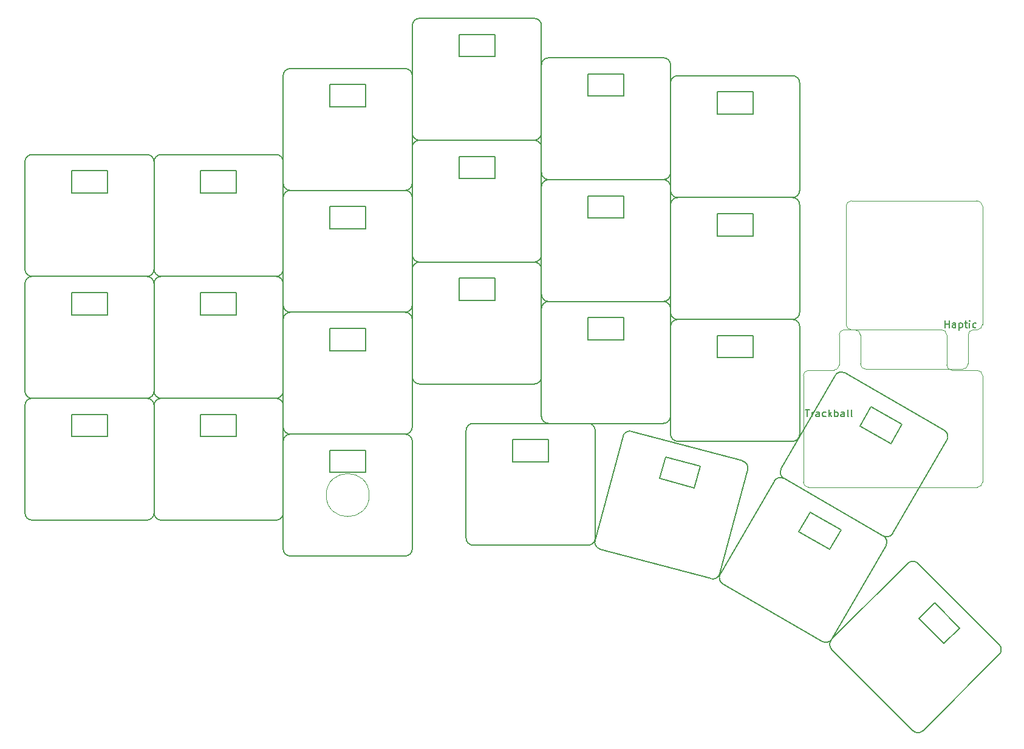
<source format=gbr>
%TF.GenerationSoftware,KiCad,Pcbnew,(5.1.10-1-10_14)*%
%TF.CreationDate,2021-09-20T15:17:19-07:00*%
%TF.ProjectId,redwood,72656477-6f6f-4642-9e6b-696361645f70,rev?*%
%TF.SameCoordinates,Original*%
%TF.FileFunction,OtherDrawing,Comment*%
%FSLAX46Y46*%
G04 Gerber Fmt 4.6, Leading zero omitted, Abs format (unit mm)*
G04 Created by KiCad (PCBNEW (5.1.10-1-10_14)) date 2021-09-20 15:17:19*
%MOMM*%
%LPD*%
G01*
G04 APERTURE LIST*
%ADD10C,0.120000*%
%ADD11C,0.150000*%
G04 APERTURE END LIST*
D10*
%TO.C,K20*%
X139000000Y-123500000D02*
G75*
G03*
X139000000Y-123500000I-3000000J0D01*
G01*
D11*
X133500000Y-117250000D02*
X133500000Y-120350000D01*
X133500000Y-120350000D02*
X138500000Y-120350000D01*
X138500000Y-120350000D02*
X138500000Y-117250000D01*
X138500000Y-117250000D02*
X133500000Y-117250000D01*
X144000000Y-132000000D02*
X128000000Y-132000000D01*
X127000000Y-131000000D02*
X127000000Y-116000000D01*
X128000000Y-115000000D02*
X144000000Y-115000000D01*
X145000000Y-116000000D02*
X145000000Y-131000000D01*
X144000000Y-132000000D02*
G75*
G03*
X145000000Y-131000000I0J1000000D01*
G01*
X145000000Y-116000000D02*
G75*
G03*
X144000000Y-115000000I-1000000J0D01*
G01*
X128000000Y-115000000D02*
G75*
G03*
X127000000Y-116000000I0J-1000000D01*
G01*
X127000000Y-131000000D02*
G75*
G03*
X128000000Y-132000000I1000000J0D01*
G01*
%TO.C,K24*%
X226807609Y-145751909D02*
X216201008Y-156358510D01*
X215493901Y-133023987D02*
X226807609Y-144337695D01*
X203473086Y-143630588D02*
X214079687Y-133023987D01*
X214786794Y-156358510D02*
X203473086Y-145044802D01*
X221327532Y-142039598D02*
X217791998Y-138504064D01*
X219135501Y-144231629D02*
X221327532Y-142039598D01*
X215599967Y-140696095D02*
X219135501Y-144231629D01*
X217791998Y-138504064D02*
X215599967Y-140696095D01*
X214786795Y-156358511D02*
G75*
G03*
X216201008Y-156358510I707106J707107D01*
G01*
X226807610Y-145751908D02*
G75*
G03*
X226807609Y-144337695I-707107J707106D01*
G01*
X215493900Y-133023986D02*
G75*
G03*
X214079687Y-133023987I-707106J-707107D01*
G01*
X203473085Y-143630589D02*
G75*
G03*
X203473086Y-145044802I707107J-707106D01*
G01*
%TO.C,K23*%
X211022505Y-130554730D02*
X203522505Y-143545111D01*
X196800073Y-121188704D02*
X210656479Y-129188704D01*
X187934047Y-134545111D02*
X195434047Y-121554730D01*
X202156479Y-143911136D02*
X188300073Y-135911136D01*
X204768340Y-128387262D02*
X200438212Y-125887262D01*
X203218340Y-131071940D02*
X204768340Y-128387262D01*
X198888212Y-128571940D02*
X203218340Y-131071940D01*
X200438212Y-125887262D02*
X198888212Y-128571940D01*
X202156479Y-143911137D02*
G75*
G03*
X203522505Y-143545111I500000J866026D01*
G01*
X211022505Y-130554730D02*
G75*
G03*
X210656479Y-129188704I-866026J500000D01*
G01*
X196800073Y-121188704D02*
G75*
G03*
X195434047Y-121554730I-500000J-866026D01*
G01*
X187934048Y-134545111D02*
G75*
G03*
X188300073Y-135911136I866025J-500000D01*
G01*
%TO.C,K22*%
X191744476Y-119971594D02*
X187862190Y-134460481D01*
X175582556Y-114605744D02*
X191037369Y-118746849D01*
X170475525Y-129801739D02*
X174357811Y-115312851D01*
X186637445Y-135167588D02*
X171182632Y-131026483D01*
X185142434Y-119496677D02*
X180312805Y-118202582D01*
X184340095Y-122491047D02*
X185142434Y-119496677D01*
X179510466Y-121196952D02*
X184340095Y-122491047D01*
X180312805Y-118202582D02*
X179510466Y-121196952D01*
X186637445Y-135167588D02*
G75*
G03*
X187862190Y-134460481I258819J965926D01*
G01*
X191744476Y-119971594D02*
G75*
G03*
X191037369Y-118746849I-965926J258819D01*
G01*
X175582556Y-114605744D02*
G75*
G03*
X174357811Y-115312851I-258819J-965926D01*
G01*
X170475526Y-129801739D02*
G75*
G03*
X171182632Y-131026483I965925J-258819D01*
G01*
%TO.C,K21*%
X170500000Y-114500000D02*
X170500000Y-129500000D01*
X153500000Y-113500000D02*
X169500000Y-113500000D01*
X152500000Y-129500000D02*
X152500000Y-114500000D01*
X169500000Y-130500000D02*
X153500000Y-130500000D01*
X164000000Y-115750000D02*
X159000000Y-115750000D01*
X164000000Y-118850000D02*
X164000000Y-115750000D01*
X159000000Y-118850000D02*
X164000000Y-118850000D01*
X159000000Y-115750000D02*
X159000000Y-118850000D01*
X169500000Y-130500000D02*
G75*
G03*
X170500000Y-129500000I0J1000000D01*
G01*
X170500000Y-114500000D02*
G75*
G03*
X169500000Y-113500000I-1000000J0D01*
G01*
X153500000Y-113500000D02*
G75*
G03*
X152500000Y-114500000I0J-1000000D01*
G01*
X152500000Y-129500000D02*
G75*
G03*
X153500000Y-130500000I1000000J0D01*
G01*
%TO.C,K19*%
X219522505Y-115832298D02*
X212022505Y-128822679D01*
X205300073Y-106466272D02*
X219156479Y-114466272D01*
X196434047Y-119822679D02*
X203934047Y-106832298D01*
X210656479Y-129188704D02*
X196800073Y-121188704D01*
X213268340Y-113664830D02*
X208938212Y-111164830D01*
X211718340Y-116349508D02*
X213268340Y-113664830D01*
X207388212Y-113849508D02*
X211718340Y-116349508D01*
X208938212Y-111164830D02*
X207388212Y-113849508D01*
X210656479Y-129188705D02*
G75*
G03*
X212022505Y-128822679I500000J866026D01*
G01*
X219522505Y-115832298D02*
G75*
G03*
X219156479Y-114466272I-866026J500000D01*
G01*
X205300073Y-106466272D02*
G75*
G03*
X203934047Y-106832298I-500000J-866026D01*
G01*
X196434048Y-119822679D02*
G75*
G03*
X196800073Y-121188704I866025J-500000D01*
G01*
%TO.C,K18*%
X199000000Y-100000000D02*
X199000000Y-115000000D01*
X182000000Y-99000000D02*
X198000000Y-99000000D01*
X181000000Y-115000000D02*
X181000000Y-100000000D01*
X198000000Y-116000000D02*
X182000000Y-116000000D01*
X192500000Y-101250000D02*
X187500000Y-101250000D01*
X192500000Y-104350000D02*
X192500000Y-101250000D01*
X187500000Y-104350000D02*
X192500000Y-104350000D01*
X187500000Y-101250000D02*
X187500000Y-104350000D01*
X198000000Y-116000000D02*
G75*
G03*
X199000000Y-115000000I0J1000000D01*
G01*
X199000000Y-100000000D02*
G75*
G03*
X198000000Y-99000000I-1000000J0D01*
G01*
X182000000Y-99000000D02*
G75*
G03*
X181000000Y-100000000I0J-1000000D01*
G01*
X181000000Y-115000000D02*
G75*
G03*
X182000000Y-116000000I1000000J0D01*
G01*
%TO.C,K17*%
X181000000Y-97500000D02*
X181000000Y-112500000D01*
X164000000Y-96500000D02*
X180000000Y-96500000D01*
X163000000Y-112500000D02*
X163000000Y-97500000D01*
X180000000Y-113500000D02*
X164000000Y-113500000D01*
X174500000Y-98750000D02*
X169500000Y-98750000D01*
X174500000Y-101850000D02*
X174500000Y-98750000D01*
X169500000Y-101850000D02*
X174500000Y-101850000D01*
X169500000Y-98750000D02*
X169500000Y-101850000D01*
X180000000Y-113500000D02*
G75*
G03*
X181000000Y-112500000I0J1000000D01*
G01*
X181000000Y-97500000D02*
G75*
G03*
X180000000Y-96500000I-1000000J0D01*
G01*
X164000000Y-96500000D02*
G75*
G03*
X163000000Y-97500000I0J-1000000D01*
G01*
X163000000Y-112500000D02*
G75*
G03*
X164000000Y-113500000I1000000J0D01*
G01*
%TO.C,K16*%
X163000000Y-92000000D02*
X163000000Y-107000000D01*
X146000000Y-91000000D02*
X162000000Y-91000000D01*
X145000000Y-107000000D02*
X145000000Y-92000000D01*
X162000000Y-108000000D02*
X146000000Y-108000000D01*
X156500000Y-93250000D02*
X151500000Y-93250000D01*
X156500000Y-96350000D02*
X156500000Y-93250000D01*
X151500000Y-96350000D02*
X156500000Y-96350000D01*
X151500000Y-93250000D02*
X151500000Y-96350000D01*
X162000000Y-108000000D02*
G75*
G03*
X163000000Y-107000000I0J1000000D01*
G01*
X163000000Y-92000000D02*
G75*
G03*
X162000000Y-91000000I-1000000J0D01*
G01*
X146000000Y-91000000D02*
G75*
G03*
X145000000Y-92000000I0J-1000000D01*
G01*
X145000000Y-107000000D02*
G75*
G03*
X146000000Y-108000000I1000000J0D01*
G01*
%TO.C,K15*%
X145000000Y-99000000D02*
X145000000Y-114000000D01*
X128000000Y-98000000D02*
X144000000Y-98000000D01*
X127000000Y-114000000D02*
X127000000Y-99000000D01*
X144000000Y-115000000D02*
X128000000Y-115000000D01*
X138500000Y-100250000D02*
X133500000Y-100250000D01*
X138500000Y-103350000D02*
X138500000Y-100250000D01*
X133500000Y-103350000D02*
X138500000Y-103350000D01*
X133500000Y-100250000D02*
X133500000Y-103350000D01*
X144000000Y-115000000D02*
G75*
G03*
X145000000Y-114000000I0J1000000D01*
G01*
X145000000Y-99000000D02*
G75*
G03*
X144000000Y-98000000I-1000000J0D01*
G01*
X128000000Y-98000000D02*
G75*
G03*
X127000000Y-99000000I0J-1000000D01*
G01*
X127000000Y-114000000D02*
G75*
G03*
X128000000Y-115000000I1000000J0D01*
G01*
%TO.C,K14*%
X127000000Y-111000000D02*
X127000000Y-126000000D01*
X110000000Y-110000000D02*
X126000000Y-110000000D01*
X109000000Y-126000000D02*
X109000000Y-111000000D01*
X126000000Y-127000000D02*
X110000000Y-127000000D01*
X120500000Y-112250000D02*
X115500000Y-112250000D01*
X120500000Y-115350000D02*
X120500000Y-112250000D01*
X115500000Y-115350000D02*
X120500000Y-115350000D01*
X115500000Y-112250000D02*
X115500000Y-115350000D01*
X126000000Y-127000000D02*
G75*
G03*
X127000000Y-126000000I0J1000000D01*
G01*
X127000000Y-111000000D02*
G75*
G03*
X126000000Y-110000000I-1000000J0D01*
G01*
X110000000Y-110000000D02*
G75*
G03*
X109000000Y-111000000I0J-1000000D01*
G01*
X109000000Y-126000000D02*
G75*
G03*
X110000000Y-127000000I1000000J0D01*
G01*
%TO.C,K13*%
X109000000Y-111000000D02*
X109000000Y-126000000D01*
X92000000Y-110000000D02*
X108000000Y-110000000D01*
X91000000Y-126000000D02*
X91000000Y-111000000D01*
X108000000Y-127000000D02*
X92000000Y-127000000D01*
X102500000Y-112250000D02*
X97500000Y-112250000D01*
X102500000Y-115350000D02*
X102500000Y-112250000D01*
X97500000Y-115350000D02*
X102500000Y-115350000D01*
X97500000Y-112250000D02*
X97500000Y-115350000D01*
X108000000Y-127000000D02*
G75*
G03*
X109000000Y-126000000I0J1000000D01*
G01*
X109000000Y-111000000D02*
G75*
G03*
X108000000Y-110000000I-1000000J0D01*
G01*
X92000000Y-110000000D02*
G75*
G03*
X91000000Y-111000000I0J-1000000D01*
G01*
X91000000Y-126000000D02*
G75*
G03*
X92000000Y-127000000I1000000J0D01*
G01*
%TO.C,K12*%
X199000000Y-83000000D02*
X199000000Y-98000000D01*
X182000000Y-82000000D02*
X198000000Y-82000000D01*
X181000000Y-98000000D02*
X181000000Y-83000000D01*
X198000000Y-99000000D02*
X182000000Y-99000000D01*
X192500000Y-84250000D02*
X187500000Y-84250000D01*
X192500000Y-87350000D02*
X192500000Y-84250000D01*
X187500000Y-87350000D02*
X192500000Y-87350000D01*
X187500000Y-84250000D02*
X187500000Y-87350000D01*
X198000000Y-99000000D02*
G75*
G03*
X199000000Y-98000000I0J1000000D01*
G01*
X199000000Y-83000000D02*
G75*
G03*
X198000000Y-82000000I-1000000J0D01*
G01*
X182000000Y-82000000D02*
G75*
G03*
X181000000Y-83000000I0J-1000000D01*
G01*
X181000000Y-98000000D02*
G75*
G03*
X182000000Y-99000000I1000000J0D01*
G01*
%TO.C,K11*%
X181000000Y-80500000D02*
X181000000Y-95500000D01*
X164000000Y-79500000D02*
X180000000Y-79500000D01*
X163000000Y-95500000D02*
X163000000Y-80500000D01*
X180000000Y-96500000D02*
X164000000Y-96500000D01*
X174500000Y-81750000D02*
X169500000Y-81750000D01*
X174500000Y-84850000D02*
X174500000Y-81750000D01*
X169500000Y-84850000D02*
X174500000Y-84850000D01*
X169500000Y-81750000D02*
X169500000Y-84850000D01*
X180000000Y-96500000D02*
G75*
G03*
X181000000Y-95500000I0J1000000D01*
G01*
X181000000Y-80500000D02*
G75*
G03*
X180000000Y-79500000I-1000000J0D01*
G01*
X164000000Y-79500000D02*
G75*
G03*
X163000000Y-80500000I0J-1000000D01*
G01*
X163000000Y-95500000D02*
G75*
G03*
X164000000Y-96500000I1000000J0D01*
G01*
%TO.C,K10*%
X163000000Y-75000000D02*
X163000000Y-90000000D01*
X146000000Y-74000000D02*
X162000000Y-74000000D01*
X145000000Y-90000000D02*
X145000000Y-75000000D01*
X162000000Y-91000000D02*
X146000000Y-91000000D01*
X156500000Y-76250000D02*
X151500000Y-76250000D01*
X156500000Y-79350000D02*
X156500000Y-76250000D01*
X151500000Y-79350000D02*
X156500000Y-79350000D01*
X151500000Y-76250000D02*
X151500000Y-79350000D01*
X162000000Y-91000000D02*
G75*
G03*
X163000000Y-90000000I0J1000000D01*
G01*
X163000000Y-75000000D02*
G75*
G03*
X162000000Y-74000000I-1000000J0D01*
G01*
X146000000Y-74000000D02*
G75*
G03*
X145000000Y-75000000I0J-1000000D01*
G01*
X145000000Y-90000000D02*
G75*
G03*
X146000000Y-91000000I1000000J0D01*
G01*
%TO.C,K9*%
X145000000Y-82000000D02*
X145000000Y-97000000D01*
X128000000Y-81000000D02*
X144000000Y-81000000D01*
X127000000Y-97000000D02*
X127000000Y-82000000D01*
X144000000Y-98000000D02*
X128000000Y-98000000D01*
X138500000Y-83250000D02*
X133500000Y-83250000D01*
X138500000Y-86350000D02*
X138500000Y-83250000D01*
X133500000Y-86350000D02*
X138500000Y-86350000D01*
X133500000Y-83250000D02*
X133500000Y-86350000D01*
X144000000Y-98000000D02*
G75*
G03*
X145000000Y-97000000I0J1000000D01*
G01*
X145000000Y-82000000D02*
G75*
G03*
X144000000Y-81000000I-1000000J0D01*
G01*
X128000000Y-81000000D02*
G75*
G03*
X127000000Y-82000000I0J-1000000D01*
G01*
X127000000Y-97000000D02*
G75*
G03*
X128000000Y-98000000I1000000J0D01*
G01*
%TO.C,K8*%
X127000000Y-94000000D02*
X127000000Y-109000000D01*
X110000000Y-93000000D02*
X126000000Y-93000000D01*
X109000000Y-109000000D02*
X109000000Y-94000000D01*
X126000000Y-110000000D02*
X110000000Y-110000000D01*
X120500000Y-95250000D02*
X115500000Y-95250000D01*
X120500000Y-98350000D02*
X120500000Y-95250000D01*
X115500000Y-98350000D02*
X120500000Y-98350000D01*
X115500000Y-95250000D02*
X115500000Y-98350000D01*
X126000000Y-110000000D02*
G75*
G03*
X127000000Y-109000000I0J1000000D01*
G01*
X127000000Y-94000000D02*
G75*
G03*
X126000000Y-93000000I-1000000J0D01*
G01*
X110000000Y-93000000D02*
G75*
G03*
X109000000Y-94000000I0J-1000000D01*
G01*
X109000000Y-109000000D02*
G75*
G03*
X110000000Y-110000000I1000000J0D01*
G01*
%TO.C,K7*%
X109000000Y-94000000D02*
X109000000Y-109000000D01*
X92000000Y-93000000D02*
X108000000Y-93000000D01*
X91000000Y-109000000D02*
X91000000Y-94000000D01*
X108000000Y-110000000D02*
X92000000Y-110000000D01*
X102500000Y-95250000D02*
X97500000Y-95250000D01*
X102500000Y-98350000D02*
X102500000Y-95250000D01*
X97500000Y-98350000D02*
X102500000Y-98350000D01*
X97500000Y-95250000D02*
X97500000Y-98350000D01*
X108000000Y-110000000D02*
G75*
G03*
X109000000Y-109000000I0J1000000D01*
G01*
X109000000Y-94000000D02*
G75*
G03*
X108000000Y-93000000I-1000000J0D01*
G01*
X92000000Y-93000000D02*
G75*
G03*
X91000000Y-94000000I0J-1000000D01*
G01*
X91000000Y-109000000D02*
G75*
G03*
X92000000Y-110000000I1000000J0D01*
G01*
%TO.C,K6*%
X199000000Y-66000000D02*
X199000000Y-81000000D01*
X182000000Y-65000000D02*
X198000000Y-65000000D01*
X181000000Y-81000000D02*
X181000000Y-66000000D01*
X198000000Y-82000000D02*
X182000000Y-82000000D01*
X192500000Y-67250000D02*
X187500000Y-67250000D01*
X192500000Y-70350000D02*
X192500000Y-67250000D01*
X187500000Y-70350000D02*
X192500000Y-70350000D01*
X187500000Y-67250000D02*
X187500000Y-70350000D01*
X198000000Y-82000000D02*
G75*
G03*
X199000000Y-81000000I0J1000000D01*
G01*
X199000000Y-66000000D02*
G75*
G03*
X198000000Y-65000000I-1000000J0D01*
G01*
X182000000Y-65000000D02*
G75*
G03*
X181000000Y-66000000I0J-1000000D01*
G01*
X181000000Y-81000000D02*
G75*
G03*
X182000000Y-82000000I1000000J0D01*
G01*
%TO.C,K5*%
X181000000Y-63500000D02*
X181000000Y-78500000D01*
X164000000Y-62500000D02*
X180000000Y-62500000D01*
X163000000Y-78500000D02*
X163000000Y-63500000D01*
X180000000Y-79500000D02*
X164000000Y-79500000D01*
X174500000Y-64750000D02*
X169500000Y-64750000D01*
X174500000Y-67850000D02*
X174500000Y-64750000D01*
X169500000Y-67850000D02*
X174500000Y-67850000D01*
X169500000Y-64750000D02*
X169500000Y-67850000D01*
X180000000Y-79500000D02*
G75*
G03*
X181000000Y-78500000I0J1000000D01*
G01*
X181000000Y-63500000D02*
G75*
G03*
X180000000Y-62500000I-1000000J0D01*
G01*
X164000000Y-62500000D02*
G75*
G03*
X163000000Y-63500000I0J-1000000D01*
G01*
X163000000Y-78500000D02*
G75*
G03*
X164000000Y-79500000I1000000J0D01*
G01*
%TO.C,K4*%
X163000000Y-58000000D02*
X163000000Y-73000000D01*
X146000000Y-57000000D02*
X162000000Y-57000000D01*
X145000000Y-73000000D02*
X145000000Y-58000000D01*
X162000000Y-74000000D02*
X146000000Y-74000000D01*
X156500000Y-59250000D02*
X151500000Y-59250000D01*
X156500000Y-62350000D02*
X156500000Y-59250000D01*
X151500000Y-62350000D02*
X156500000Y-62350000D01*
X151500000Y-59250000D02*
X151500000Y-62350000D01*
X162000000Y-74000000D02*
G75*
G03*
X163000000Y-73000000I0J1000000D01*
G01*
X163000000Y-58000000D02*
G75*
G03*
X162000000Y-57000000I-1000000J0D01*
G01*
X146000000Y-57000000D02*
G75*
G03*
X145000000Y-58000000I0J-1000000D01*
G01*
X145000000Y-73000000D02*
G75*
G03*
X146000000Y-74000000I1000000J0D01*
G01*
%TO.C,K3*%
X145000000Y-65000000D02*
X145000000Y-80000000D01*
X128000000Y-64000000D02*
X144000000Y-64000000D01*
X127000000Y-80000000D02*
X127000000Y-65000000D01*
X144000000Y-81000000D02*
X128000000Y-81000000D01*
X138500000Y-66250000D02*
X133500000Y-66250000D01*
X138500000Y-69350000D02*
X138500000Y-66250000D01*
X133500000Y-69350000D02*
X138500000Y-69350000D01*
X133500000Y-66250000D02*
X133500000Y-69350000D01*
X144000000Y-81000000D02*
G75*
G03*
X145000000Y-80000000I0J1000000D01*
G01*
X145000000Y-65000000D02*
G75*
G03*
X144000000Y-64000000I-1000000J0D01*
G01*
X128000000Y-64000000D02*
G75*
G03*
X127000000Y-65000000I0J-1000000D01*
G01*
X127000000Y-80000000D02*
G75*
G03*
X128000000Y-81000000I1000000J0D01*
G01*
%TO.C,K2*%
X127000000Y-77000000D02*
X127000000Y-92000000D01*
X110000000Y-76000000D02*
X126000000Y-76000000D01*
X109000000Y-92000000D02*
X109000000Y-77000000D01*
X126000000Y-93000000D02*
X110000000Y-93000000D01*
X120500000Y-78250000D02*
X115500000Y-78250000D01*
X120500000Y-81350000D02*
X120500000Y-78250000D01*
X115500000Y-81350000D02*
X120500000Y-81350000D01*
X115500000Y-78250000D02*
X115500000Y-81350000D01*
X126000000Y-93000000D02*
G75*
G03*
X127000000Y-92000000I0J1000000D01*
G01*
X127000000Y-77000000D02*
G75*
G03*
X126000000Y-76000000I-1000000J0D01*
G01*
X110000000Y-76000000D02*
G75*
G03*
X109000000Y-77000000I0J-1000000D01*
G01*
X109000000Y-92000000D02*
G75*
G03*
X110000000Y-93000000I1000000J0D01*
G01*
%TO.C,K1*%
X109000000Y-77000000D02*
X109000000Y-92000000D01*
X92000000Y-76000000D02*
X108000000Y-76000000D01*
X91000000Y-92000000D02*
X91000000Y-77000000D01*
X108000000Y-93000000D02*
X92000000Y-93000000D01*
X102500000Y-78250000D02*
X97500000Y-78250000D01*
X102500000Y-81350000D02*
X102500000Y-78250000D01*
X97500000Y-81350000D02*
X102500000Y-81350000D01*
X97500000Y-78250000D02*
X97500000Y-81350000D01*
X108000000Y-93000000D02*
G75*
G03*
X109000000Y-92000000I0J1000000D01*
G01*
X109000000Y-77000000D02*
G75*
G03*
X108000000Y-76000000I-1000000J0D01*
G01*
X92000000Y-76000000D02*
G75*
G03*
X91000000Y-77000000I0J-1000000D01*
G01*
X91000000Y-92000000D02*
G75*
G03*
X92000000Y-93000000I1000000J0D01*
G01*
D10*
%TO.C,J1*%
X223725000Y-82450000D02*
X206225000Y-82450000D01*
X205475000Y-83200000D02*
X205475000Y-99700000D01*
X224475000Y-83200000D02*
X224475000Y-99700000D01*
X208225000Y-105950000D02*
X221725000Y-105950000D01*
X207475000Y-105200000D02*
X207475000Y-101200000D01*
X206725000Y-100450000D02*
X206225000Y-100450000D01*
X222475000Y-105200000D02*
X222475000Y-101200000D01*
X223225000Y-100450000D02*
X223725000Y-100450000D01*
X223725000Y-82450000D02*
G75*
G02*
X224475000Y-83200000I0J-750000D01*
G01*
X206725000Y-100450000D02*
G75*
G02*
X207475000Y-101200000I0J-750000D01*
G01*
X206225000Y-100450000D02*
G75*
G02*
X205475000Y-99700000I0J750000D01*
G01*
X205475000Y-83200000D02*
G75*
G02*
X206225000Y-82450000I750000J0D01*
G01*
X224475000Y-99700000D02*
G75*
G02*
X223725000Y-100450000I-750000J0D01*
G01*
X222475000Y-101200000D02*
G75*
G02*
X223225000Y-100450000I750000J0D01*
G01*
X222475000Y-105200000D02*
G75*
G02*
X221725000Y-105950000I-750000J0D01*
G01*
X208225000Y-105950000D02*
G75*
G02*
X207475000Y-105200000I0J750000D01*
G01*
%TO.C,H2*%
X200250000Y-122420000D02*
X223750000Y-122420000D01*
X224500000Y-121670000D02*
X224500000Y-106845000D01*
X199500000Y-121670000D02*
X199500000Y-106845000D01*
X218750000Y-100420000D02*
X205250000Y-100420000D01*
X219500000Y-101170000D02*
X219500000Y-105345000D01*
X220250000Y-106095000D02*
X223750000Y-106095000D01*
X204500000Y-101170000D02*
X204500000Y-105345000D01*
X203750000Y-106095000D02*
X200250000Y-106095000D01*
X218750000Y-100420000D02*
G75*
G02*
X219500000Y-101170000I0J-750000D01*
G01*
X204500000Y-101170000D02*
G75*
G02*
X205250000Y-100420000I750000J0D01*
G01*
X204500000Y-105345000D02*
G75*
G02*
X203750000Y-106095000I-750000J0D01*
G01*
X199500000Y-106845000D02*
G75*
G02*
X200250000Y-106095000I750000J0D01*
G01*
X224500000Y-121670000D02*
G75*
G02*
X223750000Y-122420000I-750000J0D01*
G01*
X223750000Y-106095000D02*
G75*
G02*
X224500000Y-106845000I0J-750000D01*
G01*
X220250000Y-106095000D02*
G75*
G02*
X219500000Y-105345000I0J750000D01*
G01*
X200250000Y-122420000D02*
G75*
G02*
X199500000Y-121670000I0J750000D01*
G01*
%TD*%
%TO.C,J1*%
D11*
X219267142Y-100162380D02*
X219267142Y-99162380D01*
X219267142Y-99638571D02*
X219838571Y-99638571D01*
X219838571Y-100162380D02*
X219838571Y-99162380D01*
X220743333Y-100162380D02*
X220743333Y-99638571D01*
X220695714Y-99543333D01*
X220600476Y-99495714D01*
X220410000Y-99495714D01*
X220314761Y-99543333D01*
X220743333Y-100114761D02*
X220648095Y-100162380D01*
X220410000Y-100162380D01*
X220314761Y-100114761D01*
X220267142Y-100019523D01*
X220267142Y-99924285D01*
X220314761Y-99829047D01*
X220410000Y-99781428D01*
X220648095Y-99781428D01*
X220743333Y-99733809D01*
X221219523Y-99495714D02*
X221219523Y-100495714D01*
X221219523Y-99543333D02*
X221314761Y-99495714D01*
X221505238Y-99495714D01*
X221600476Y-99543333D01*
X221648095Y-99590952D01*
X221695714Y-99686190D01*
X221695714Y-99971904D01*
X221648095Y-100067142D01*
X221600476Y-100114761D01*
X221505238Y-100162380D01*
X221314761Y-100162380D01*
X221219523Y-100114761D01*
X221981428Y-99495714D02*
X222362380Y-99495714D01*
X222124285Y-99162380D02*
X222124285Y-100019523D01*
X222171904Y-100114761D01*
X222267142Y-100162380D01*
X222362380Y-100162380D01*
X222695714Y-100162380D02*
X222695714Y-99495714D01*
X222695714Y-99162380D02*
X222648095Y-99210000D01*
X222695714Y-99257619D01*
X222743333Y-99210000D01*
X222695714Y-99162380D01*
X222695714Y-99257619D01*
X223600476Y-100114761D02*
X223505238Y-100162380D01*
X223314761Y-100162380D01*
X223219523Y-100114761D01*
X223171904Y-100067142D01*
X223124285Y-99971904D01*
X223124285Y-99686190D01*
X223171904Y-99590952D01*
X223219523Y-99543333D01*
X223314761Y-99495714D01*
X223505238Y-99495714D01*
X223600476Y-99543333D01*
%TO.C,H2*%
X199780476Y-111562380D02*
X200351904Y-111562380D01*
X200066190Y-112562380D02*
X200066190Y-111562380D01*
X200685238Y-112562380D02*
X200685238Y-111895714D01*
X200685238Y-112086190D02*
X200732857Y-111990952D01*
X200780476Y-111943333D01*
X200875714Y-111895714D01*
X200970952Y-111895714D01*
X201732857Y-112562380D02*
X201732857Y-112038571D01*
X201685238Y-111943333D01*
X201590000Y-111895714D01*
X201399523Y-111895714D01*
X201304285Y-111943333D01*
X201732857Y-112514761D02*
X201637619Y-112562380D01*
X201399523Y-112562380D01*
X201304285Y-112514761D01*
X201256666Y-112419523D01*
X201256666Y-112324285D01*
X201304285Y-112229047D01*
X201399523Y-112181428D01*
X201637619Y-112181428D01*
X201732857Y-112133809D01*
X202637619Y-112514761D02*
X202542380Y-112562380D01*
X202351904Y-112562380D01*
X202256666Y-112514761D01*
X202209047Y-112467142D01*
X202161428Y-112371904D01*
X202161428Y-112086190D01*
X202209047Y-111990952D01*
X202256666Y-111943333D01*
X202351904Y-111895714D01*
X202542380Y-111895714D01*
X202637619Y-111943333D01*
X203066190Y-112562380D02*
X203066190Y-111562380D01*
X203161428Y-112181428D02*
X203447142Y-112562380D01*
X203447142Y-111895714D02*
X203066190Y-112276666D01*
X203875714Y-112562380D02*
X203875714Y-111562380D01*
X203875714Y-111943333D02*
X203970952Y-111895714D01*
X204161428Y-111895714D01*
X204256666Y-111943333D01*
X204304285Y-111990952D01*
X204351904Y-112086190D01*
X204351904Y-112371904D01*
X204304285Y-112467142D01*
X204256666Y-112514761D01*
X204161428Y-112562380D01*
X203970952Y-112562380D01*
X203875714Y-112514761D01*
X205209047Y-112562380D02*
X205209047Y-112038571D01*
X205161428Y-111943333D01*
X205066190Y-111895714D01*
X204875714Y-111895714D01*
X204780476Y-111943333D01*
X205209047Y-112514761D02*
X205113809Y-112562380D01*
X204875714Y-112562380D01*
X204780476Y-112514761D01*
X204732857Y-112419523D01*
X204732857Y-112324285D01*
X204780476Y-112229047D01*
X204875714Y-112181428D01*
X205113809Y-112181428D01*
X205209047Y-112133809D01*
X205828095Y-112562380D02*
X205732857Y-112514761D01*
X205685238Y-112419523D01*
X205685238Y-111562380D01*
X206351904Y-112562380D02*
X206256666Y-112514761D01*
X206209047Y-112419523D01*
X206209047Y-111562380D01*
%TD*%
M02*

</source>
